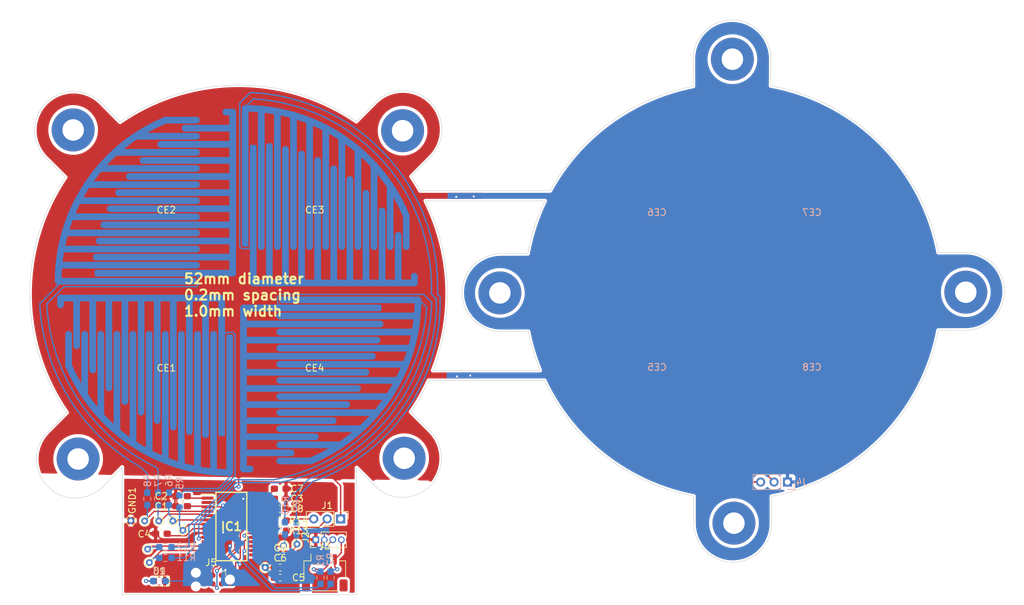
<source format=kicad_pcb>
(kicad_pcb (version 20241229) (generator "pcbnew") (generator_version "9.0")
  (layers (0 "F.Cu" signal) (2 "B.Cu" signal) (13 "F.Paste" user) (15 "B.Paste" user) (5 "F.SilkS" user "F.Silkscreen") (7 "B.SilkS" user "B.Silkscreen") (1 "F.Mask" user) (3 "B.Mask" user) (25 "Edge.Cuts" user))
  (net 0 "")
  (net 1 "Net-(IC1-VCCD)")
  (net 2 "GND")
  (net 3 "VDD")
  (net 4 "Net-(IC1-P5.2)")
  (net 5 "Net-(IC1-P5.3)")
  (net 6 "Net-(IC1-P5.0)")
  (net 7 "Net-(CE1-Pad2)")
  (net 8 "Net-(CE1-Pad1)")
  (net 9 "Net-(CE2-Pad2)")
  (net 10 "Net-(CE2-Pad1)")
  (net 15 "Net-(CE3-Pad1)")
  (net 16 "Net-(CE3-Pad2)")
  (net 17 "Net-(CE4-Pad1)")
  (net 18 "Net-(CE4-Pad2)")
  (net 19 "CAP3B")
  (net 20 "CAP2A")
  (net 21 "Net-(J1-Pin_3)")
  (net 22 "Net-(IC1-P0.1)")
  (net 27 "CAP0B")
  (net 28 "/RESET")
  (net 29 "Net-(IC1-P3.7)")
  (net 30 "CAP0A")
  (net 31 "CAP4A")
  (net 32 "Net-(IC1-P0.0)")
  (net 33 "CAP1A")
  (net 34 "CAP2B")
  (net 35 "CAP4B")
  (net 36 "Net-(IC1-P3.6)")
  (net 37 "CAP1B")
  (net 38 "CAP3A")
  (net 39 "SCL")
  (net 40 "SDA")
  (net 41 "Net-(J1-Pin_2)")
  (net 44 "Net-(D1-A)")
  (net 45 "SHIELD")
  (footprint "ECE382N:10W_02S_52D_COIL_BACK" (layer "F.Cu") (at 114.498103 82.585625 180)
    (property "Reference" "CE2")
    (property "Value" "C")
  )
  (footprint "MountingHole:MountingHole_3.2mm_M3_Pad" (layer "F.Cu") (at 154.300603 84.326125)
    (property "Reference" "H8" (hide yes))
    (property "Value" "~")
  )
  (footprint "ECE382N:10W_02S_52D_COIL_BACK" (layer "F.Cu") (at 116.353103 82.835625 90)
    (property "Reference" "CE3")
    (property "Value" "C")
  )
  (footprint "Capacitor_SMD:C_0603_1608Metric_Pad1.08x0.95mm_HandSolder" (layer "F.Cu") (at 103.875603 120.196125 180)
    (property "Reference" "C4")
    (property "Value" "0.1uF")
  )
  (footprint "TestPoint:TestPoint_THTPad_D1.0mm_Drill0.5mm" (layer "F.Cu") (at 105.575603 118.296125)
    (property "Reference" "TP2" (hide yes))
    (property "Value" "TestPoint")
  )
  (footprint "MountingHole:MountingHole_3.2mm_M3_Pad" (layer "F.Cu") (at 188.940603 49.506125)
    (property "Reference" "H5" (hide yes))
    (property "Value" "~")
  )
  (footprint "LED_SMD:LED_0603_1608Metric" (layer "F.Cu") (at 103.575603 127.246125 180)
    (property "Reference" "D1")
    (property "Value" "LED")
  )
  (footprint "Resistor_SMD:R_0603_1608Metric_Pad0.98x0.95mm_HandSolder" (layer "F.Cu") (at 121.575603 118.246125)
    (property "Reference" "R14")
    (property "Value" "560")
  )
  (footprint "Connector_PinHeader_1.27mm:PinHeader_1x04_P1.27mm_Vertical" (layer "F.Cu") (at 126.870603 121.096125 90)
    (property "Reference" "J2")
    (property "Value" "Conn_01x04")
  )
  (footprint "Capacitor_SMD:C_0603_1608Metric_Pad1.08x0.95mm_HandSolder" (layer "F.Cu") (at 106.875603 116.096125 180)
    (property "Reference" "C1")
    (property "Value" "0.1uF")
  )
  (footprint "ECE382N:10W_02S_52D_COIL_FRONT" (layer "F.Cu") (at 188.255603 82.145125 180)
    (property "Reference" "CE6")
    (property "Value" "C")
  )
  (footprint "TestPoint:TestPoint_THTPad_D1.0mm_Drill0.5mm" (layer "F.Cu") (at 103.475603 118.296125 180)
    (property "Reference" "TP3" (hide yes))
    (property "Value" "TestPoint")
  )
  (footprint "ECE382N:10W_02S_52D_COIL_FRONT" (layer "F.Cu") (at 190.110603 82.395125 90)
    (property "Reference" "CE7")
    (property "Value" "C")
  )
  (footprint "Capacitor_SMD:C_0603_1608Metric_Pad1.08x0.95mm_HandSolder" (layer "F.Cu") (at 121.575603 114.996125)
    (property "Reference" "C3")
    (property "Value" "2.2n")
  )
  (footprint "TestPoint:TestPoint_THTPad_D1.0mm_Drill0.5mm" (layer "F.Cu") (at 101.825603 122.496125 180)
    (property "Reference" "TP8" (hide yes))
    (property "Value" "TestPoint")
  )
  (footprint "MountingHole:MountingHole_3.2mm_M3_Pad" (layer "F.Cu") (at 90.730603 60.046125)
    (property "Reference" "H1" (hide yes))
    (property "Value" "~")
  )
  (footprint "Connector_PinHeader_2.00mm:PinHeader_1x03_P2.00mm_Vertical" (layer "F.Cu") (at 130.575603 117.996125 -90)
    (property "Reference" "J1")
    (property "Value" "Conn_01x03")
  )
  (footprint "Connector_JST:JST_SH_SM04B-SRSS-TB_1x04-1MP_P1.00mm_Horizontal" (layer "F.Cu") (at 128.213404 126.022534)
    (property "Reference" "J3")
    (property "Value" "Conn_01x04")
  )
  (footprint "MountingHole:MountingHole_3.2mm_M3_Pad" (layer "F.Cu") (at 223.710603 84.216125)
    (property "Reference" "H6" (hide yes))
    (property "Value" "~")
  )
  (footprint "ECE382N:SOP65P780X200-28N" (layer "F.Cu") (at 114.299108 119.121125)
    (property "Reference" "IC1")
    (property "Value" "CY8C4145PVI-PS431" (hide yes))
  )
  (footprint "TestPoint:TestPoint_THTPad_D1.0mm_Drill0.5mm" (layer "F.Cu") (at 101.375603 118.296125 180)
    (property "Reference" "TP4" (hide yes))
    (property "Value" "TestPoint")
  )
  (footprint "MountingHole:MountingHole_3.2mm_M3_Pad" (layer "F.Cu") (at 140.040603 108.956125)
    (property "Reference" "H4" (hide yes))
    (property "Value" "~")
  )
  (footprint "ECE382N:10W_02S_52D_COIL_BACK" (layer "F.Cu") (at 114.048103 85.096625 -90)
    (property "Reference" "CE1")
    (property "Value" "C")
  )
  (footprint "TestPoint:TestPoint_THTPad_D1.0mm_Drill0.5mm" (layer "F.Cu") (at 124.075603 121.746125 90)
    (property "Reference" "TP5" (hide yes))
    (property "Value" "TestPoint")
  )
  (footprint "TestPoint:TestPoint_THTPad_D1.0mm_Drill0.5mm" (layer "F.Cu") (at 122.075603 121.996125)
    (property "Reference" "TP6" (hide yes))
    (property "Value" "TestPoint")
  )
  (footprint "ECE382N:10W_02S_52D_COIL_BACK" (layer "F.Cu") (at 116.103103 85.356625)
    (property "Reference" "CE4")
    (property "Value" "C")
  )
  (footprint "Capacitor_SMD:C_0603_1608Metric_Pad1.08x0.95mm_HandSolder" (layer "F.Cu") (at 121.575603 116.496125)
    (property "Reference" "C8")
    (property "Value" "470n")
  )
  (footprint "TestPoint:TestPoint_THTPad_D1.0mm_Drill0.5mm" (layer "F.Cu") (at 102.075603 124.496125 180)
    (property "Reference" "TP7" (hide yes))
    (property "Value" "TestPoint")
  )
  (footprint "ECE382N:10W_02S_52D_COIL_FRONT" (layer "F.Cu") (at 189.860603 84.916125)
    (property "Reference" "CE8")
    (property "Value" "C")
  )
  (footprint "Connector:Tag-Connect_TC2030-IDC-NL_2x03_P1.27mm_Vertical" (layer "F.Cu") (at 111.545603 127.031125 180)
    (property "Reference" "J5")
    (property "Value" "Conn_ARM_SWD_TagConnect_TC2030-NL")
  )
  (footprint "TestPoint:TestPoint_THTPad_D1.0mm_Drill0.5mm" (layer "F.Cu") (at 119.325603 125.246125 180)
    (property "Reference" "VDDD1" (hide yes))
    (property "Value" "TestPoint")
  )
  (footprint "ECE382N:10W_02S_52D_COIL_FRONT" (layer "F.Cu") (at 187.805603 84.656125 -90)
    (property "Reference" "CE5")
    (property "Value" "C")
  )
  (footprint "Capacitor_SMD:C_0603_1608Metric_Pad1.08x0.95mm_HandSolder" (layer "F.Cu") (at 121.575603 126.746125)
    (property "Reference" "C5")
    (property "Value" "470n")
  )
  (footprint "MountingHole:MountingHole_3.2mm_M3_Pad" (layer "F.Cu") (at 91.470603 109.066125)
    (property "Reference" "H3" (hide yes))
    (property "Value" "~")
  )
  (footprint "MountingHole:MountingHole_3.2mm_M3_Pad" (layer "F.Cu") (at 189.170603 118.626125)
    (property "Reference" "H7" (hide yes))
    (property "Value" "~")
  )
  (footprint "TestPoint:TestPoint_THTPad_D1.0mm_Drill0.5mm" (layer "F.Cu") (at 99.325603 118.246125 -90)
    (property "Reference" "GND1")
    (property "Value" "TestPoint")
  )
  (footprint "Resistor_SMD:R_0603_1608Metric_Pad0.98x0.95mm_HandSolder" (layer "F.Cu") (at 121.575603 119.746125)
    (property "Reference" "R13")
    (property "Value" "560")
  )
  (footprint "Capacitor_SMD:C_0603_1608Metric_Pad1.08x0.95mm_HandSolder" (layer "F.Cu") (at 121.575603 123.746125)
    (property "Reference" "C9")
    (property "Value" "0.1uF")
  )
  (footprint "Capacitor_SMD:C_0603_1608Metric_Pad1.08x0.95mm_HandSolder" (layer "F.Cu") (at 106.875603 114.596125 180)
    (property "Reference" "C2")
    (property "Value" "0.1uF")
  )
  (footprint "Capacitor_SMD:C_0603_1608Metric_Pad1.08x0.95mm_HandSolder" (layer "F.Cu") (at 121.575603 113.496125)
    (property "Reference" "C7")
    (property "Value" "470n")
  )
  (footprint "Capacitor_SMD:C_0603_1608Metric_Pad1.08x0.95mm_HandSolder" (layer "F.Cu") (at 121.575603 125.246125)
    (property "Reference" "C6")
    (property "Value" "470n")
  )
  (footprint "MountingHole:MountingHole_3.2mm_M3_Pad" (layer "F.Cu") (at 139.810603 60.156125)
    (property "Reference" "H2" (hide yes))
    (property "Value" "~")
  )
  (footprint "TestPoint:TestPoint_THTPad_D1.0mm_Drill0.5mm" (layer "F.Cu") (at 107.075603 119.696125)
    (property "Reference" "TP1" (hide yes))
    (property "Value" "TestPoint")
  )
  (footprint "Resistor_SMD:R_0603_1608Metric_Pad0.98x0.95mm_HandSolder" (layer "B.Cu") (at 104.475603 123.796125)
    (property "Reference" "R11")
    (property "Value" "560")
  )
  (footprint "Connector_PinHeader_2.00mm:PinHeader_1x03_P2.00mm_Vertical" (layer "B.Cu") (at 197.150001 112.5 90)
    (property "Reference" "J4")
    (property "Value" "Conn_01x03")
  )
  (footprint "Resistor_SMD:R_0603_1608Metric_Pad0.98x0.95mm_HandSolder" (layer "B.Cu") (at 106.575603 115.396125 90)
    (property "Reference" "R5")
    (property "Value" "560")
  )
  (footprint "Resistor_SMD:R_0603_1608Metric_Pad0.98x0.95mm_HandSolder" (layer "B.Cu") (at 101.775603 114.996125 90)
    (property "Reference" "R8")
    (property "Value" "560")
  )
  (footprint "Resistor_SMD:R_0603_1608Metric_Pad0.98x0.95mm_HandSolder" (layer "B.Cu") (at 104.475603 122.196125)
    (property "Reference" "R12")
    (property "Value" "560")
  )
  (footprint "Resistor_SMD:R_0603_1608Metric_Pad0.98x0.95mm_HandSolder" (layer "B.Cu") (at 104.975603 114.996125 90)
    (property "Reference" "R6")
    (property "Value" "560")
  )
  (footprint "Resistor_SMD:R_0603_1608Metric_Pad0.98x0.95mm_HandSolder" (layer "B.Cu") (at 103.575603 127.246125 180)
    (property "Reference" "R3")
    (property "Value" "560")
  )
  (footprint "Resistor_SMD:R_0603_1608Metric_Pad0.98x0.95mm_HandSolder" (layer "B.Cu") (at 127.575603 126.746125 90)
    (property "Reference" "R1")
    (property "Value" "560")
  )
  (footprint "Resistor_SMD:R_0603_1608Metric_Pad0.98x0.95mm_HandSolder" (layer "B.Cu") (at 122.275603 119.396125 90)
    (property "Reference" "R10")
    (property "Value" "560")
  )
  (footprint "Resistor_SMD:R_0603_1608Metric_Pad0.98x0.95mm_HandSolder" (layer "B.Cu") (at 103.375603 114.996125 90)
    (property "Reference" "R7")
    (property "Value" "560")
  )
  (footprint "Resistor_SMD:R_0603_1608Metric_Pad0.98x0.95mm_HandSolder" (layer "B.Cu") (at 129.075603 126.746125 90)
    (property "Reference" "R2")
    (property "Value" "560")
  )
  (footprint "Resistor_SMD:R_0603_1608Metric_Pad0.98x0.95mm_HandSolder" (layer "B.Cu") (at 123.975603 119.396125 90)
    (property "Reference" "R9")
    (property "Value" "560")
  )
  (gr_arc (start 183.98 112.126125) (mid 170.664222 61.72215) (end 217.887071 83.81) (stroke (width 0.2)) (layer "F.Cu") (net 21))
  (gr_arc (start 144.841534 86.487411) (mid 139.3 102.15) (end 125.910603 111.986125) (stroke (width 0.2)) (layer "B.Cu") (net 16))
  (gr_arc (start 143.365011 87.046493) (mid 136.178297 103.414632) (end 120.590603 112.166125) (stroke (width 0.2)) (layer "B.Cu") (net 18))
  (gr_arc (start 100.763454 110.256548) (mid 90.230201 100.19976) (end 85.770603 86.336125) (stroke (width 0.2)) (layer "B.Cu") (net 9))
  (gr_arc (start 103.014512 110.23986) (mid 91.565423 100.324185) (end 86.803738 85.946125) (stroke (width 0.2)) (layer "B.Cu") (net 10))
  (gr_arc (start 145.363761 86.96501) (mid 139.81116 102.625678) (end 126.400603 112.436125) (stroke (width 0.2)) (layer "B.Cu") (net 15))
  (gr_arc (start 117.640288 55.427656) (mid 136.45 64.22) (end 144.109941 83.518598) (stroke (width 0.2)) (layer "B.Cu") (net 16))
  (gr_arc (start 117.110288 54.478538) (mid 136.919112 63.375755) (end 145.03181 83.518598) (stroke (width 0.2)) (layer "B.Cu") (net 15))
  (gr_arc (start 144.130603 86.076125) (mid 137.31319 103.323116) (end 121.260455 112.609964) (stroke (width 0.2)) (layer "B.Cu") (net 17))
  (gr_arc (start 223.651497 78.289511) (mid 229.459757 84.063598) (end 223.685657 89.871859) (stroke (width 0.076)) (layer "Edge.Cuts"))
  (gr_line (start 158.461984 78.481857) (end 154.404418 78.493829) (stroke (width 0.076)) (layer "Edge.Cuts"))
  (gr_arc (start 141.098387 66.97434) (mid 141.786265 68.031544) (end 142.43071 69.115769) (stroke (width 0.076)) (layer "Edge.Cuts"))
  (gr_line (start 194.682781 49.489631) (end 194.666875 53.468563) (stroke (width 0.076)) (layer "Edge.Cuts"))
  (gr_line (start 143.84 104.84) (end 141.030272 102.049989) (stroke (width 0.076)) (layer "Edge.Cuts"))
  (gr_line (start 160.944964 97.363487) (end 143.678563 97.363487) (stroke (width 0.076)) (layer "Edge.Cuts"))
  (gr_arc (start 160.285344 95.868899) (mid 159.271853 93.008977) (end 158.541849 90.063913) (stroke (width 0.076)) (layer "Edge.Cuts"))
  (gr_line (start 144.313293 95.868899) (end 160.285344 95.868899) (stroke (width 0.076)) (layer "Edge.Cuts"))
  (gr_arc (start 154.50133 90.075825) (mid 148.661705 84.3019) (end 154.404418 78.493829) (stroke (width 0.076)) (layer "Edge.Cuts"))
  (gr_line (start 89.580603 67.086125) (end 86.72 64.241158) (stroke (width 0.076)) (layer "Edge.Cuts"))
  (gr_line (start 154.50133 90.075825) (end 158.541849 90.063913) (stroke (width 0.076)) (layer "Edge.Cuts"))
  (gr_line (start 194.783067 118.643513) (end 194.7777 114.635439) (stroke (width 0.076)) (layer "Edge.Cuts"))
  (gr_line (start 89.795118 102.152737) (end 86.978563 104.98596) (stroke (width 0.076)) (layer "Edge.Cuts"))
  (gr_arc (start 143.678563 97.363487) (mid 142.455996 99.764139) (end 141.030272 102.049989) (stroke (width 0.076)) (layer "Edge.Cuts"))
  (gr_line (start 98.032045 110.279773) (end 98.032045 129.291112) (stroke (width 0.076)) (layer "Edge.Cuts"))
  (gr_arc (start 219.613758 89.883864) (mid 211.015976 106.092876) (end 194.7777 114.635259) (stroke (width 0.076)) (layer "Edge.Cuts"))
  (gr_line (start 161.016654 70.610357) (end 143.225581 70.610357) (stroke (width 0.076)) (layer "Edge.Cuts"))
  (gr_arc (start 135.753366 55.922479) (mid 143.945009 55.896617) (end 143.969165 64.086586) (stroke (width 0.076)) (layer "Edge.Cuts"))
  (gr_line (start 135.756738 55.919088) (end 132.916505 58.776131) (stroke (width 0.076)) (layer "Edge.Cuts"))
  (gr_line (start 135.699468 113.081652) (end 132.970821 110.360303) (stroke (width 0.076)) (layer "Edge.Cuts"))
  (gr_arc (start 183.187911 114.605833) (mid 170.004705 108.644333) (end 160.944964 97.363487) (stroke (width 0.076)) (layer "Edge.Cuts"))
  (gr_arc (start 158.461984 78.481857) (mid 159.47635 74.460762) (end 161.016654 70.610357) (stroke (width 0.076)) (layer "Edge.Cuts"))
  (gr_line (start 98.032045 129.291112) (end 132.970821 129.291112) (stroke (width 0.076)) (layer "Edge.Cuts"))
  (gr_line (start 219.613758 89.883864) (end 223.685657 89.871859) (stroke (width 0.076)) (layer "Edge.Cuts"))
  (gr_line (start 183.193351 118.668423) (end 183.187911 114.605833) (stroke (width 0.076)) (layer "Edge.Cuts"))
  (gr_arc (start 194.666875 53.468563) (mid 210.998023 62.013559) (end 219.625303 78.30139) (stroke (width 0.076)) (layer "Edge.Cuts"))
  (gr_line (start 94.906774 56.040454) (end 97.708772 58.864943) (stroke (width 0.076)) (layer "Edge.Cuts"))
  (gr_line (start 183.106139 53.534334) (end 183.100623 49.414925) (stroke (width 0.076)) (layer "Edge.Cuts"))
  (gr_arc (start 161.783891 69.115769) (mid 170.709203 58.949699) (end 183.106139 53.534334) (stroke (width 0.076)) (layer "Edge.Cuts"))
  (gr_arc (start 97.70877 58.864942) (mid 115.298862 53.359302) (end 132.916506 58.776129) (stroke (width 0.076)) (layer "Edge.Cuts"))
  (gr_arc (start 143.225581 70.610357) (mid 146.451599 83.124126) (end 144.313292 95.868899) (stroke (width 0.076)) (layer "Edge.Cuts"))
  (gr_arc (start 95.192553 113.151649) (mid 86.980664 113.197973) (end 86.978563 104.98596) (stroke (width 0.076)) (layer "Edge.Cuts"))
  (gr_arc (start 89.795116 102.152738) (mid 84.274824 84.652545) (end 89.580603 67.086125) (stroke (width 0.076)) (layer "Edge.Cuts"))
  (gr_arc (start 143.84 104.84) (mid 143.91681 113.058731) (end 135.697756 113.082845) (stroke (width 0.076)) (layer "Edge.Cuts"))
  (gr_arc (start 86.72 64.241158) (mid 86.682853 56.013288) (end 94.910774 56.036519) (stroke (width 0.076)) (layer "Edge.Cuts"))
  (gr_arc (start 194.775686 118.642159) (mid 188.997684 124.461431) (end 183.193351 118.668423) (stroke (width 0.076)) (layer "Edge.Cuts"))
  (gr_line (start 141.098387 66.97434) (end 143.969165 64.086586) (stroke (width 0.076)) (layer "Edge.Cuts"))
  (gr_line (start 223.651497 78.289511) (end 219.625303 78.30139) (stroke (width 0.076)) (layer "Edge.Cuts"))
  (gr_line (start 132.970821 129.291112) (end 132.970821 110.360303) (stroke (width 0.076)) (layer "Edge.Cuts"))
  (gr_line (start 95.192553 113.151649) (end 98.032045 110.279773) (stroke (width 0.076)) (layer "Edge.Cuts"))
  (gr_line (start 142.43071 69.115769) (end 161.783891 69.115769) (stroke (width 0.076)) (layer "Edge.Cuts"))
  (gr_arc (start 183.100623 49.414925) (mid 188.883947 43.661254) (end 194.682781 49.489631) (stroke (width 0.076)) (layer "Edge.Cuts"))
  (gr_text "52mm diameter\n0.2mm spacing\n1.0mm width" (at 107.07 87.93 0) (layer "F.SilkS") (effects (font (size 1.5 1.5) (thickness 0.3) (bold yes)) (justify left bottom)))
  (segment (start 108.175603 114.896125) (end 110.761108 114.896125) (width 0.2) (layer "F.Cu") (net 1))
  (segment (start 110.761108 120.096125) (end 108.508389 120.096125) (width 0.2) (layer "F.Cu") (net 2))
  (segment (start 126.870603 123.865335) (end 126.713404 124.022534) (width 0.2) (layer "F.Cu") (net 2))
  (segment (start 126.870603 121.096125) (end 126.870603 123.865335) (width 0.2) (layer "F.Cu") (net 2))
  (segment (start 129.599603 119.270125) (end 129.599603 115.520125) (width 0.2) (layer "F.Cu") (net 2))
  (segment (start 110.275603 125.696125) (end 110.075603 125.496125) (width 0.2) (layer "F.Cu") (net 2))
  (segment (start 108.508389 120.096125) (end 107.632389 120.972125) (width 0.2) (layer "F.Cu") (net 2))
  (segment (start 107.632389 120.972125) (end 103.789102 120.972125) (width 0.2) (layer "F.Cu") (net 2))
  (segment (start 103.789102 120.972125) (end 103.013102 120.196125) (width 0.2) (layer "F.Cu") (net 2))
  (segment (start 131.482849 120.153371) (end 131.482849 122.496125) (width 0.2) (layer "F.Cu") (net 2))
  (segment (start 113.075603 114.996125) (end 114.075603 114.996125) (width 0.2) (layer "F.Cu") (net 2))
  (segment (start 110.761108 115.546125) (end 112.525603 115.546125) (width 0.2) (layer "F.Cu") (net 2))
  (segment (start 112.525603 115.546125) (end 113.075603 114.996125) (width 0.2) (layer "F.Cu") (net 2))
  (segment (start 110.275603 126.396125) (end 110.275603 125.696125) (width 0.2) (layer "F.Cu") (net 2))
  (via (at 114.075603 121.996125) (size 0.6) (drill 0.3) (layers "F.Cu" "B.Cu") (net 2))
  (via (at 115.559888 124.76184) (size 0.6) (drill 0.3) (layers "F.Cu" "B.Cu") (net 2))
  (segment (start 115.184888 124.38684) (end 115.184888 124.10541) (width 0.4) (layer "B.Cu") (net 2))
  (segment (start 115.184888 124.10541) (end 114.075603 122.996125) (width 0.4) (layer "B.Cu") (net 2))
  (segment (start 114.075603 122.996125) (end 114.075603 121.996125) (width 0.4) (layer "B.Cu") (net 2))
  (segment (start 115.559888 124.76184) (end 115.184888 124.38684) (width 0.4) (layer "B.Cu") (net 2))
  (segment (start 120.313103 123.346125) (end 120.713103 123.746125) (width 0.2) (layer "F.Cu") (net 3))
  (segment (start 110.761108 116.196125) (end 112.875603 116.196125) (width 0.2) (layer "F.Cu") (net 3))
  (segment (start 113.225855 125.772938) (end 113.225855 125.985873) (width 0.2) (layer "F.Cu") (net 3))
  (segment (start 110.661108 116.096125) (end 110.761108 116.196125) (width 0.2) (layer "F.Cu") (net 3))
  (segment (start 107.540289 120.497125) (end 108.591289 119.446125) (width 0.2) (layer "F.Cu") (net 3))
  (segment (start 107.738103 116.096125) (end 109.075603 116.096125) (width 0.2) (layer "F.Cu") (net 3))
  (segment (start 105.039104 120.497125) (end 107.540289 120.497125) (width 0.2) (layer "F.Cu") (net 3))
  (segment (start 109.075603 116.096125) (end 110.661108 116.096125) (width 0.2) (layer "F.Cu") (net 3))
  (segment (start 113.41592 125.582873) (end 113.225855 125.772938) (width 0.2) (layer "F.Cu") (net 3))
  (segment (start 112.525603 119.446125) (end 113.075603 119.996125) (width 0.2) (layer "F.Cu") (net 3))
  (segment (start 108.591289 119.446125) (end 110.761108 119.446125) (width 0.2) (layer "F.Cu") (net 3))
  (segment (start 113.225855 125.985873) (end 112.815603 126.396125) (width 0.2) (layer "F.Cu") (net 3))
  (segment (start 117.837108 123.346125) (end 120.313103 123.346125) (width 0.2) (layer "F.Cu") (net 3))
  (segment (start 117.837108 114.896125) (end 116.175603 114.896125) (width 0.2) (layer "F.Cu") (net 3))
  (segment (start 128.140603 121.096125) (end 127.713404 121.523324) (width 0.2) (layer "F.Cu") (net 3))
  (segment (start 116.175603 114.896125) (end 116.075603 114.996125) (width 0.2) (layer "F.Cu") (net 3))
  (segment (start 127.713404 124.022534) (end 127.713404 122.496125) (width 0.2) (layer "F.Cu") (net 3))
  (segment (start 104.738104 120.196125) (end 105.039104 120.497125) (width 0.2) (layer "F.Cu") (net 3))
  (segment (start 119.325603 125.246125) (end 120.713102 125.246125) (width 0.2) (layer "F.Cu") (net 3))
  (segment (start 110.761108 119.446125) (end 112.525603 119.446125) (width 0.2) (layer "F.Cu") (net 3))
  (segment (start 112.875603 116.196125) (end 113.075603 115.996125) (width 0.2) (layer "F.Cu") (net 3))
  (segment (start 127.713404 121.523324) (end 127.713404 122.496125) (width 0.2) (layer "F.Cu") (net 3))
  (segment (start 120.713102 126.746125) (end 120.713103 123.746125) (width 0.2) (layer "F.Cu") (net 3))
  (via (at 113.075603 115.996125) (size 0.6) (drill 0.3) (layers "F.Cu" "B.Cu") (net 3))
  (via (at 127.713404 122.496125) (size 0.6) (drill 0.3) (layers "F.Cu" "B.Cu") (net 3))
  (via (at 113.41592 125.582873) (size 0.6) (drill 0.3) (layers "F.Cu" "B.Cu") (net 3))
  (via (at 113.075603 119.996125) (size 0.6) (drill 0.3) (layers "F.Cu" "B.Cu") (net 3))
  (via (at 116.075603 114.996125) (size 0.6) (drill 0.3) (layers "F.Cu" "B.Cu") (net 3))
  (segment (start 128.140603 121.096125) (end 128.140603 121.931125) (width 0.2) (layer "B.Cu") (net 3))
  (segment (start 128.075603 121.996125) (end 127.575603 122.496125) (width 0.2) (layer "B.Cu") (net 3))
  (segment (start 128.140603 121.931125) (end 128.075603 121.996125) (width 0.2) (layer "B.Cu") (net 3))
  (segment (start 128.140603 121.096125) (end 128.140603 119.561125) (width 0.2) (layer "B.Cu") (net 3))
  (segment (start 104.488103 127.246125) (end 107.325603 127.246125) (width 0.2) (layer "B.Cu") (net 3))
  (segment (start 120.275603 114.733624) (end 118.813102 116.196125) (width 0.2) (layer "F.Cu") (net 4))
  (segment (start 118.813102 116.196125) (end 117.837108 116.196125) (width 0.2) (layer "F.Cu") (net 4))
  (segment (start 117.837108 115.546125) (end 117.888108 115.597125) (width 0.2) (layer "F.Cu") (net 5))
  (segment (start 118.724603 115.597125) (end 120.713102 113.608626) (width 0.2) (layer "F.Cu") (net 5))
  (segment (start 120.713102 113.608626) (end 120.713102 113.496125) (width 0.2) (layer "F.Cu") (net 5))
  (segment (start 117.888108 115.597125) (end 118.724603 115.597125) (width 0.2) (layer "F.Cu") (net 5))
  (segment (start 120.063102 116.846125) (end 117.837108 116.846125) (width 0.2) (layer "F.Cu") (net 6))
  (segment (start 120.475603 116.433624) (end 120.063102 116.846125) (width 0.2) (layer "F.Cu") (net 6))
  (segment (start 105.603103 113.456125) (end 112.37269 113.456125) (width 0.2) (layer "B.Cu") (net 7))
  (segment (start 104.975603 114.083625) (end 105.603103 113.456125) (width 0.2) (layer "B.Cu") (net 7))
  (segment (start 112.37269 113.456125) (end 114.048103 111.780712) (width 0.2) (layer "B.Cu") (net 7))
  (segment (start 114.048103 111.780712) (end 114.048103 100.796625) (width 0.2) (layer "B.Cu") (net 7))
  (segment (start 106.575603 114.483625) (end 107.202103 113.857125) (width 0.2) (layer "B.Cu") (net 8))
  (segment (start 113.148103 96.096625) (end 113.148103 89.401611) (width 0.2) (layer "B.Cu") (net 8))
  (segment (start 113.562943 90.195625) (end 112.848103 90.910465) (width 0.2) (layer "B.Cu") (net 8))
  (segment (start 114.849103 90.511465) (end 114.533263 90.195625) (width 0.2) (layer "B.Cu") (net 8))
  (segment (start 114.849103 111.546812) (end 114.849103 90.511465) (width 0.2) (layer "B.Cu") (net 8))
  (segment (start 112.848103 90.910465) (end 112.848103 95.382625) (width 0.2) (layer "B.Cu") (net 8))
  (segment (start 107.202103 113.857125) (end 112.53879 113.857125) (width 0.2) (layer "B.Cu") (net 8))
  (segment (start 112.53879 113.857125) (end 114.849103 111.546812) (width 0.2) (layer "B.Cu") (net 8))
  (segment (start 114.533263 90.195625) (end 113.562943 90.195625) (width 0.2) (layer "B.Cu") (net 8))
  (segment (start 89.091103 82.585625) (end 85.770603 85.906125) (width 0.2) (layer "B.Cu") (net 9))
  (segment (start 101.775603 114.083625) (end 101.775603 111.268697) (width 0.2) (layer "B.Cu") (net 9))
  (segment (start 85.770603 86.336125) (end 85.770603 85.906125) (width 0.2) (layer "B.Cu") (net 9))
  (segment (start 98.798103 82.585625) (end 89.091103 82.585625) (width 0.2) (layer "B.Cu") (net 9))
  (segment (start 101.775603 111.268697) (end 100.763454 110.256548) (width 0.2) (layer "B.Cu") (net 9))
  (segment (start 109.119888 83.35) (end 109.399103 83.070785) (width 0.2) (layer "B.Cu") (net 10))
  (segment (start 109.083263 81.784625) (end 108.684263 81.385625) (width 0.2) (layer "B.Cu") (net 10))
  (segment (start 89.363238 83.386625) (end 109.083263 83.386625) (width 0.2) (layer "B.Cu") (net 10))
  (segment (start 109.399103 83.070785) (end 109.399103 82.100465) (width 0.2) (layer "B.Cu") (net 10))
  (segment (start 109.399103 82.100465) (end 109.083263 81.784625) (width 0.2) (layer "B.Cu") (net 10))
  (segment (start 108.684263 81.385625) (end 104.212103 81.385625) (width 0.2) (layer "B.Cu") (net 10))
  (segment (start 109.083263 83.386625) (end 109.119888 83.35) (width 0.2) (layer "B.Cu") (net 10))
  (segment (start 86.803738 85.946125) (end 89.363238 83.386625) (width 0.2) (layer "B.Cu") (net 10))
  (segment (start 103.375603 110.600951) (end 103.375603 114.083625) (width 0.2) (layer "B.Cu") (net 10))
  (segment (start 103.014512 110.23986) (end 103.375603 110.600951) (width 0.2) (layer "B.Cu") (net 10))
  (segment (start 116.838263 77.736625) (end 115.867943 77.736625) (width 0.2) (layer "B.Cu") (net 15))
  (segment (start 145.390603 84.864603) (end 145.390603 86.966125) (width 0.2) (layer "B.Cu") (net 15))
  (segment (start 145.03181 84.50581) (end 145.390603 84.864603) (width 0.2) (layer "B.Cu") (net 15))
  (segment (start 123.975603 114.861125) (end 126.400603 112.436125) (width 0.2) (layer "B.Cu") (net 15))
  (segment (start 117.253103 72.835625) (end 117.253103 79.530639) (width 0.2) (layer "B.Cu") (net 15))
  (segment (start 145.03181 83.518598) (end 145.03181 84.50581) (width 0.2) (layer "B.Cu") (net 15))
  (segment (start 117.553103 77.021785) (end 116.838263 77.736625) (width 0.2) (layer "B.Cu") (net 15))
  (segment (start 117.553103 72.549625) (end 117.553103 77.021785) (width 0.2) (layer "B.Cu") (net 15))
  (segment (start 123.975603 118.483625) (end 123.975603 114.861125) (width 0.2) (layer "B.Cu") (net 15))
  (segment (start 115.552103 56.036723) (end 117.110288 54.478538) (width 0.2) (layer "B.Cu") (net 15))
  (segment (start 115.552103 77.420785) (end 115.552103 56.036723) (width 0.2) (layer "B.Cu") (net 15))
  (segment (start 115.867943 77.736625) (end 115.552103 77.420785) (width 0.2) (layer "B.Cu") (net 15))
  (segment (start 144.109941 84.50581) (end 144.810603 85.206472) (width 0.2) (layer "B.Cu") (net 16))
  (segment (start 144.810603 85.206472) (end 144.810603 86.486125) (width 0.2) (layer "B.Cu") (net 16))
  (segment (start 116.353103 68.777625) (end 116.079661 68.504183) (width 0.2) (layer "B.Cu") (net 16))
  (segment (start 122.275603 115.621125) (end 125.910603 111.986125) (width 0.2) (layer "B.Cu") (net 16))
  (segment (start 144.109941 83.518598) (end 144.109941 84.50581) (width 0.2) (layer "B.Cu") (net 16))
  (segment (start 122.275603 118.483625) (end 122.275603 115.621125) (width 0.2) (layer "B.Cu") (net 16))
  (segment (start 122.375603 118.383625) (end 122.275603 118.483625) (width 0.2) (layer "B.Cu") (net 16))
  (segment (start 116.353103 67.135625) (end 116.353103 56.646897) (width 0.2) (layer "B.Cu") (net 16))
  (segment (start 116.353103 56.646897) (end 117.572344 55.427656) (width 0.2) (layer "B.Cu") (net 16))
  (segment (start 115.030603 112.586125) (end 120.443927 112.586125) (width 0.2) (layer "B.Cu") (net 17))
  (segment (start 108.775603 122.196125) (end 108.775603 118.841125) (width 0.2) (layer "B.Cu") (net 17))
  (segment (start 121.916943 86.556625) (end 126.389103 86.556625) (width 0.2) (layer "B.Cu") (net 17))
  (segment (start 144.130603 85.726125) (end 144.130603 86.076125) (width 0.2) (layer "B.Cu") (net 17))
  (segment (start 120.443927 112.586125) (end 121.236616 112.586125) (width 0.2) (layer "B.Cu") (net 17))
  (segment (start 121.517943 84.555625) (end 121.202103 84.871465) (width 0.2) (layer "B.Cu") (net 17))
  (segment (start 142.960103 84.555625) (end 121.517943 84.555625) (width 0.2) (layer "B.Cu") (net 17))
  (segment (start 144.130603 85.726125) (end 142.960103 84.555625) (width 0.2) (layer "B.Cu") (net 17))
  (segment (start 121.202103 84.871465) (end 121.202103 85.841785) (width 0.2) (layer "B.Cu") (net 17))
  (segment (start 105.388103 123.796125) (end 107.175603 123.796125) (width 0.2) (layer "B.Cu") (net 17))
  (segment (start 121.202103 85.841785) (end 121.916943 86.556625) (width 0.2) (layer "B.Cu") (net 17))
  (segment (start 108.775603 118.841125) (end 115.030603 112.586125) (width 0.2) (layer "B.Cu") (net 17))
  (segment (start 107.175603 123.796125) (end 108.775603 122.196125) (width 0.2) (layer "B.Cu") (net 17))
  (segment (start 112.04049 114.976238) (end 112.04049 114.922524) (width 0.2) (layer "B.Cu") (net 18))
  (segment (start 131.803103 85.356625) (end 142.286625 85.356625) (width 0.2) (layer "B.Cu") (net 18))
  (segment (start 112.04049 114.976238) (end 107.975603 119.041125) (width 0.2) (layer "B.Cu") (net 18))
  (segment (start 120.581027 112.156125) (end 114.80689 112.156125) (width 0.2) (layer "B.Cu") (net 18))
  (segment (start 143.365011 86.435011) (end 143.365011 87.046493) (width 0.2) (layer "B.Cu") (net 18))
  (segment (start 107.975603 122.196125) (end 105.388103 122.196125) (width 0.2) (layer "B.Cu") (net 18))
  (segment (start 114.80689 112.156125) (end 112.808746 114.154268) (width 0.2) (layer "B.Cu") (net 18))
  (segment (start 142.286625 85.356625) (end 143.365011 86.435011) (width 0.2) (layer "B.Cu") (net 18))
  (segment (start 107.975603 119.041125) (end 107.975603 122.196125) (width 0.2) (layer "B.Cu") (net 18))
  (segment (start 112.04049 114.922524) (end 112.808746 114.154268) (width 0.2) (layer "B.Cu") (net 18))
  (segment (start 117.837108 122.046125) (end 117.888108 122.097125) (width 0.2) (layer "F.Cu") (net 19))
  (segment (start 121.974603 122.097125) (end 122.075603 121.996125) (width 0.2) (layer "F.Cu") (net 19))
  (segment (start 117.837108 122.170125) (end 117.837108 122.046125) (width 0.2) (layer "F.Cu") (net 19))
  (segment (start 117.888108 122.097125) (end 121.974603 122.097125) (width 0.2) (layer "F.Cu") (net 19))
  (segment (start 122.275603 121.796125) (end 122.075603 121.996125) (width 0.2) (layer "B.Cu") (net 19))
  (segment (start 122.275603 120.308625) (end 122.275603 121.796125) (width 0.2) (layer "B.Cu") (net 19))
  (segment (start 110.761108 117.496125) (end 110.637108 117.372125) (width 0.2) (layer "F.Cu") (net 20))
  (segment (start 104.798603 117.273125) (end 103.675603 118.396125) (width 0.2) (layer "F.Cu") (net 20))
  (segment (start 109.572608 117.372125) (end 109.572608 117.273125) (width 0.2) (layer "F.Cu") (net 20))
  (segment (start 109.572608 117.273125) (end 104.798603 117.273125) (width 0.2) (layer "F.Cu") (net 20))
  (segment (start 110.637108 117.372125) (end 109.572608 117.372125) (width 0.2) (layer "F.Cu") (net 20))
  (segment (start 103.375603 118.096125) (end 103.675603 118.396125) (width 0.2) (layer "B.Cu") (net 20))
  (segment (start 103.375603 115.908625) (end 103.375603 118.096125) (width 0.2) (layer "B.Cu") (net 20))
  (segment (start 122.988103 117.996125) (end 122.488103 118.496125) (width 0.2) (layer "F.Cu") (net 21))
  (segment (start 187.717908 111.667908) (end 187.25969 112.126125) (width 0.2) (layer "F.Cu") (net 21))
  (segment (start 172.555603 82.145125) (end 163.374875 82.145125) (width 0.2) (layer "F.Cu") (net 21))
  (segment (start 188.55 112.5) (end 193.150001 112.5) (width 0.2) (layer "F.Cu") (net 21))
  (segment (start 187.805603 111.516125) (end 187.805603 111.580212) (width 0.2) (layer "F.Cu") (net 21))
  (segment (start 163.374875 82.145125) (end 160.82 84.7) (width 0.2) (layer "F.Cu") (net 21))
  (segment (start 187.805603 111.516125) (end 187.805603 100.356125) (width 0.2) (layer "F.Cu") (net 21))
  (segment (start 187.25969 112.126125) (end 183.940603 112.126125) (width 0.2) (layer "F.Cu") (net 21))
  (segment (start 190.110603 68.337125) (end 190.110603 59.779472) (width 0.2) (layer "F.Cu") (net 21))
  (segment (start 126.575603 117.996125) (end 122.988103 117.996125) (width 0.2) (layer "F.Cu") (net 21))
  (segment (start 205.560603 84.916125) (end 216.780946 84.916125) (width 0.2) (layer "F.Cu") (net 21))
  (segment (start 160.82 84.7) (end 160.38 85.14) (width 0.2) (layer "F.Cu") (net 21))
  (segment (start 216.780946 84.916125) (end 217.887071 83.81) (width 0.2) (layer "F.Cu") (net 21))
  (segment (start 188.9 55.27) (end 188.9 55.14) (width 0.2) (layer "F.Cu") (net 21))
  (segment (start 187.717908 111.667908) (end 188.55 112.5) (width 0.2) (layer "F.Cu") (net 21))
  (segment (start 187.805603 111.580212) (end 187.717908 111.667908) (width 0.2) (layer "F.Cu") (net 21))
  (segment (start 190.110603 56.480603) (end 188.9 55.27) (width 0.2) (layer "F.Cu") (net 21))
  (segment (start 190.110603 66.695125) (end 190.110603 56.480603) (width 0.2) (layer "F.Cu") (net 21))
  (segment (start 111.55329 127.666125) (end 112.152973 128.265808) (width 0.2) (layer "F.Cu") (net 22))
  (segment (start 116.275603 118.796125) (end 117.837108 118.796125) (width 0.2) (layer "F.Cu") (net 22))
  (segment (start 115.226603 119.845125) (end 116.275603 118.796125) (width 0.2) (layer "F.Cu") (net 22))
  (segment (start 115.226603 122.645125) (end 115.226603 119.845125) (width 0.2) (layer "F.Cu") (net 22))
  (segment (start 112.152973 125.718755) (end 115.226603 122.645125) (width 0.2) (layer "F.Cu") (net 22))
  (segment (start 111.545603 127.666125) (end 111.55329 127.666125) (width 0.2) (layer "F.Cu") (net 22))
  (via (at 112.152973 128.265808) (size 0.6) (drill 0.3) (layers "F.Cu" "B.Cu") (net 22))
  (via (at 112.152973 125.718755) (size 0.6) (drill 0.3) (layers "F.Cu" "B.Cu") (net 22))
  (segment (start 112.152973 125.718755) (end 112.152973 128.265808) (width 0.2) (layer "B.Cu") (net 22))
  (segment (start 120.663103 118.496125) (end 120.313103 118.146125) (width 0.2) (layer "F.Cu") (net 27))
  (segment (start 120.313103 118.146125) (end 117.837108 118.146125) (width 0.2) (layer "F.Cu") (net 27))
  (segment (start 111.90403 125.117755) (end 112.186873 125.117755) (width 0.2) (layer "F.Cu") (net 28))
  (segment (start 112.186873 125.117755) (end 114.825603 122.479025) (width 0.2) (layer "F.Cu") (net 28))
  (segment (start 114.825603 122.479025) (end 114.825603 119.44313) (width 0.2) (layer "F.Cu") (net 28))
  (segment (start 114.825603 119.44313) (end 116.772608 117.496125) (width 0.2) (layer "F.Cu") (net 28))
  (segment (start 111.545603 126.026125) (end 111.578002 125.993726) (width 0.2) (layer "F.Cu") (net 28))
  (segment (start 111.551973 125.469812) (end 111.90403 125.117755) (width 0.2) (layer "F.Cu") (net 28))
  (segment (start 111.551973 125.967698) (end 111.551973 125.469812) (width 0.2) (layer "F.Cu") (net 28))
  (segment (start 111.578002 125.993726) (end 111.551973 125.967698) (width 0.2) (layer "F.Cu") (net 28))
  (segment (start 111.545603 126.396125) (end 111.545603 126.026125) (width 0.2) (layer "F.Cu") (net 28))
  (segment (start 116.772608 117.496125) (end 117.837108 117.496125) (width 0.2) (layer "F.Cu") (net 28))
  (segment (start 117.787108 120.146125) (end 117.837108 120.096125) (width 0.2) (layer "F.Cu") (net 29))
  (segment (start 116.227603 120.495597) (end 116.577075 120.146125) (width 0.2) (layer "F.Cu") (net 29))
  (segment (start 116.577075 120.146125) (end 117.787108 120.146125) (width 0.2) (layer "F.Cu") (net 29))
  (via (at 116.227603 120.495597) (size 0.6) (drill 0.3) (layers "F.Cu" "B.Cu") (net 29))
  (segment (start 116.524131 120.44271) (end 116.828603 120.747182) (width 0.2) (layer "B.Cu") (net 29))
  (segment (start 116.28049 120.44271) (end 116.524131 120.44271) (width 0.2) (layer "B.Cu") (net 29))
  (segment (start 120.843286 128.263808) (end 125.55792 128.263808) (width 0.2) (layer "B.Cu") (net 29))
  (segment (start 116.828603 124.243125) (end 116.825603 124.246125) (width 0.2) (layer "B.Cu") (net 29))
  (segment (start 125.55792 128.263808) (end 125.575603 128.246125) (width 0.2) (layer "B.Cu") (net 29))
  (segment (start 116.825603 124.246125) (end 120.843286 128.263808) (width 0.2) (layer "B.Cu") (net 29))
  (segment (start 127.075603 128.158625) (end 127.575603 127.658625) (width 0.2) (layer "B.Cu") (net 29))
  (segment (start 125.575603 128.246125) (end 127.075603 128.246125) (width 0.2) (layer "B.Cu") (net 29))
  (segment (start 116.227603 120.495597) (end 116.28049 120.44271) (width 0.2) (layer "B.Cu") (net 29))
  (segment (start 116.828603 120.747182) (end 116.828603 124.243125) (width 0.2) (layer "B.Cu") (net 29))
  (segment (start 127.075603 128.246125) (end 127.075603 128.158625) (width 0.2) (layer "B.Cu") (net 29))
  (segment (start 119.013103 121.396125) (end 117.837108 121.396125) (width 0.2) (layer "F.Cu") (net 30))
  (segment (start 120.402901 120.006327) (end 119.013103 121.396125) (width 0.2) (layer "F.Cu") (net 30))
  (segment (start 120.670423 120.006327) (end 120.402901 120.006327) (width 0.2) (layer "F.Cu") (net 30))
  (segment (start 110.761108 122.696125) (end 103.875603 122.696125) (width 0.2) (layer "F.Cu") (net 31))
  (segment (start 103.875603 122.696125) (end 102.075603 124.496125) (width 0.2) (layer "F.Cu") (net 31))
  (segment (start 102.775603 123.796125) (end 102.075603 124.496125) (width 0.2) (layer "B.Cu") (net 31))
  (segment (start 103.563103 123.796125) (end 102.775603 123.796125) (width 0.2) (layer "B.Cu") (net 31))
  (segment (start 117.837108 119.446125) (end 116.375603 119.446125) (width 0.2) (layer "F.Cu") (net 32))
  (segment (start 114.436152 127.877425) (end 113.026903 127.877425) (width 0.2) (layer "F.Cu") (net 32))
  (segment (start 114.931903 124.539881) (end 114.931903 127.381674) (width 0.2) (layer "F.Cu") (net 32))
  (segment (start 116.375603 119.446125) (end 115.627603 120.194125) (width 0.2) (layer "F.Cu") (net 32))
  (segment (start 114.931903 127.381674) (end 114.436152 127.877425) (width 0.2) (layer "F.Cu") (net 32))
  (segment (start 113.026903 127.877425) (end 112.815603 127.666125) (width 0.2) (layer "F.Cu") (net 32))
  (segment (start 115.627603 123.844182) (end 114.931903 124.539881) (width 0.2) (layer "F.Cu") (net 32))
  (segment (start 115.627603 120.194125) (end 115.627603 123.844182) (width 0.2) (layer "F.Cu") (net 32))
  (segment (start 107.175603 119.596125) (end 107.975603 118.796125) (width 0.2) (layer "F.Cu") (net 33))
  (segment (start 107.975603 118.796125) (end 110.761108 118.796125) (width 0.2) (layer "F.Cu") (net 33))
  (segment (start 106.575603 116.308625) (end 106.575603 119.196125) (width 0.2) (layer "B.Cu") (net 33))
  (segment (start 106.575603 119.196125) (end 107.075603 119.696125) (width 0.2) (layer "B.Cu") (net 33))
  (segment (start 110.735108 116.872125) (end 102.851603 116.872125) (width 0.2) (layer "F.Cu") (net 34))
  (segment (start 110.761108 116.846125) (end 110.735108 116.872125) (width 0.2) (layer "F.Cu") (net 34))
  (segment (start 101.375603 118.296125) (end 102.825603 116.846125) (width 0.2) (layer "F.Cu") (net 34))
  (segment (start 102.851603 116.872125) (end 102.825603 116.846125) (width 0.2) (layer "F.Cu") (net 34))
  (segment (start 101.775603 115.908625) (end 101.775603 117.896125) (width 0.2) (layer "B.Cu") (net 34))
  (segment (start 101.775603 117.896125) (end 101.375603 118.296125) (width 0.2) (layer "B.Cu") (net 34))
  (segment (start 102.275603 122.046125) (end 101.825603 122.496125) (width 0.2) (layer "F.Cu") (net 35))
  (segment (start 110.761108 122.046125) (end 102.275603 122.046125) (width 0.2) (layer "F.Cu") (net 35))
  (segment (start 102.125603 122.196125) (end 101.825603 122.496125) (width 0.2) (layer "B.Cu") (net 35))
  (segment (start 103.563103 122.196125) (end 102.125603 122.196125) (width 0.2) (layer "B.Cu") (net 35))
  (segment (start 116.227603 121.344125) (end 116.825603 120.746125) (width 0.2) (layer "F.Cu") (net 36))
  (segment (start 116.825603 120.746125) (end 117.837108 120.746125) (width 0.2) (layer "F.Cu") (net 36))
  (segment (start 117.772108 120.811125) (end 117.837108 120.746125) (width 0.2) (layer "F.Cu") (net 36))
  (segment (start 116.227603 122.746125) (end 116.227603 121.344125) (width 0.2) (layer "F.Cu") (net 36))
  (via (at 116.227603 122.746125) (size 0.6) (drill 0.3) (layers "F.Cu" "B.Cu") (net 36))
  (segment (start 120.311386 128.664808) (end 128.31942 128.664808) (width 0.2) (layer "B.Cu") (net 36))
  (segment (start 116.075603 124.429025) (end 120.311386 128.664808) (width 0.2) (layer "B.Cu") (net 36))
  (segment (start 116.075603 122.898125) (end 116.075603 124.429025) (width 0.2) (layer "B.Cu") (net 36))
  (segment (start 128.31942 128.664808) (end 129.075603 127.908625) (width 0.2) (layer "B.Cu") (net 36))
  (segment (start 116.227603 122.746125) (end 116.075603 122.898125) (width 0.2) (layer "B.Cu") (net 36))
  (segment (start 106.075603 118.396125) (end 106.325603 118.146125) (width 0.2) (layer "F.Cu") (net 37))
  (segment (start 106.325603 118.146125) (end 110.761108 118.146125) (width 0.2) (layer "F.Cu") (net 37))
  (segment (start 104.975603 115.908625) (end 104.975603 117.296125) (width 0.2) (layer "B.Cu") (net 37))
  (segment (start 104.975603 117.296125) (end 106.075603 118.396125) (width 0.2) (layer "B.Cu") (net 37))
  (segment (start 117.938108 122.797125) (end 123.274603 122.797125) (width 0.2) (layer "F.Cu") (net 38))
  (segment (start 123.274603 122.797125) (end 124.075603 121.996125) (width 0.2) (layer "F.Cu") (net 38))
  (segment (start 117.837108 122.696125) (end 117.938108 122.797125) (width 0.2) (layer "F.Cu") (net 38))
  (segment (start 123.975603 120.308625) (end 123.975603 121.896125) (width 0.2) (layer "B.Cu") (net 38))
  (segment (start 123.975603 121.896125) (end 124.075603 121.996125) (width 0.2) (layer "B.Cu") (net 38))
  (segment (start 129.713404 125.133926) (end 130.075603 125.496125) (width 0.2) (layer "F.Cu") (net 39))
  (segment (start 129.713404 124.022534) (end 129.713404 125.133926) (width 0.2) (layer "F.Cu") (net 39))
  (segment (start 130.680603 123.055335) (end 129.713404 124.022534) (width 0.2) (layer "F.Cu") (net 39))
  (segment (start 130.680603 121.096125) (end 130.680603 123.055335) (width 0.2) (layer "F.Cu") (net 39))
  (via (at 130.075603 125.496125) (size 0.6) (drill 0.3) (layers "F.Cu" "B.Cu") (net 39))
  (segment (start 130.075603 125.496125) (end 129.663103 125.496125) (width 0.2) (layer "B.Cu") (net 39))
  (segment (start 129.663103 125.496125) (end 129.075603 126.083625) (width 0.2) (layer "B.Cu") (net 39))
  (segment (start 126.575603 125.496125) (end 128.075603 125.496125) (width 0.2) (layer "F.Cu") (net 40))
  (segment (start 129.410603 121.096125) (end 128.713404 121.793324) (width 0.2) (layer "F.Cu") (net 40))
  (segment (start 128.075603 125.496125) (end 128.713404 124.858324) (width 0.2) (layer "F.Cu") (net 40))
  (segment (start 128.713404 124.858324) (end 128.713404 124.022534) (width 0.2) (layer "F.Cu") (net 40))
  (segment (start 128.713404 121.793324) (end 128.713404 124.022534) (width 0.2) (layer "F.Cu") (net 40))
  (via (at 126.575603 125.496125) (size 0.6) (drill 0.3) (layers "F.Cu" "B.Cu") (net 40))
  (segment (start 126.575603 125.496125) (end 127.163103 126.083625) (width 0.2) (layer "B.Cu") (net 40))
  (segment (start 127.163103 126.083625) (end 127.575603 126.083625) (width 0.2) (layer "B.Cu") (net 40))
  (segment (start 191.310603 72.109125) (end 191.310603 82.395272) (width 0.2) (layer "F.Cu") (net 41))
  (segment (start 186.905603 95.656125) (end 186.905603 85.037472) (width 0.2) (layer "F.Cu") (net 41))
  (segment (start 191.010603 80.932472) (end 191.010603 72.395125) (width 0.2) (layer "F.Cu") (net 41))
  (segment (start 185.475125 80.945125) (end 190.646125 86.116125) (width 0.2) (layer "F.Cu") (net 41))
  (segment (start 127.325603 119.246125) (end 128.575602 117.996126) (width 0.2) (layer "F.Cu") (net 41))
  (segment (start 188.606603 109.9) (end 188.606603 109.99491) (width 0.2) (layer "F.Cu") (net 41))
  (segment (start 193.567125 110.917125) (end 195.15 112.5) (width 0.2) (layer "F.Cu") (net 41))
  (segment (start 186.605603 87.100272) (end 186.605603 94.942125) (width 0.2) (layer "F.Cu") (net 41))
  (segment (start 190.646125 86.116125) (end 200.146603 86.116125) (width 0.2) (layer "F.Cu") (net 41))
  (segment (start 186.605603 90.469965) (end 186.605603 94.942125) (width 0.2) (layer "F.Cu") (net 41))
  (segment (start 188.290763 89.755125) (end 187.320443 89.755125) (width 0.2) (layer "F.Cu") (net 41))
  (segment (start 188.606603 109.9) (end 188.606603 90.070965) (width 0.2) (layer "F.Cu") (net 41))
  (segment (start 186.905603 95.656125) (end 186.905603 88.961111) (width 0.2) (layer "F.Cu") (net 41))
  (segment (start 188.606603 109.99491) (end 189.528818 110.917125) (width 0.2) (layer "F.Cu") (net 41))
  (segment (start 122.495423 120.006327) (end 123.255625 119.246125) (width 0.2) (layer "F.Cu") (net 41))
  (segment (start 188.606603 90.070965) (end 188.290763 89.755125) (width 0.2) (layer "F.Cu") (net 41))
  (segment (start 191.175603 85.816125) (end 200.860603 85.816125) (width 0.2) (layer "F.Cu") (net 41))
  (segment (start 177.969603 80.945125) (end 185.475125 80.945125) (width 0.2) (layer "F.Cu") (net 41))
  (segment (start 123.255625 119.246125) (end 127.325603 119.246125) (width 0.2) (layer "F.Cu") (net 41))
  (segment (start 187.320443 89.755125) (end 186.605603 90.469965) (width 0.2) (layer "F.Cu") (net 41))
  (segment (start 191.310603 82.395272) (end 186.605603 87.100272) (width 0.2) (layer "F.Cu") (net 41))
  (segment (start 128.575602 117.996126) (end 128.575602 117.996125) (width 0.2) (layer "F.Cu") (net 41))
  (segment (start 189.528818 110.917125) (end 193.567125 110.917125) (width 0.2) (layer "F.Cu") (net 41))
  (segment (start 102.788102 127.246125) (end 101.575603 127.246125) (width 0.2) (layer "F.Cu") (net 44))
  (via (at 101.575603 127.246125) (size 0.6) (drill 0.3) (layers "F.Cu" "B.Cu") (net 44))
  (segment (start 101.575603 127.246125) (end 102.663103 127.246125) (width 0.2) (layer "B.Cu") (net 44))
  (segment (start 109.614261 120.746125) (end 109.442452 120.917934) (width 0.2) (layer "F.Cu") (net 45))
  (segment (start 115.382629 111.567371) (end 115.5 111.45) (width 0.2) (layer "F.Cu") (net 45))
  (segment (start 110.761108 120.746125) (end 109.614261 120.746125) (width 0.2) (layer "F.Cu") (net 45))
  (segment (start 130.575603 113.065824) (end 129.075603 111.565825) (width 0.2) (layer "F.Cu") (net 45))
  (segment (start 115.382629 113.186125) (end 115.382629 111.567371) (width 0.2) (layer "F.Cu") (net 45))
  (segment (start 130.575603 117.996125) (end 130.575603 113.065824) (width 0.2) (layer "F.Cu") (net 45))
  (segment (start 129.075603 111.565825) (end 129.075603 110.996125) (width 0.2) (layer "F.Cu") (net 45))
  (via (at 147.9 96.763487) (size 0.6) (drill 0.3) (layers "F.Cu" "B.Cu") (net 45))
  (via (at 150.400603 69.956125) (size 0.6) (drill 0.3) (layers "F.Cu" "B.Cu") (net 45))
  (via (at 109.442452 120.917934) (size 0.6) (drill 0.3) (layers "F.Cu" "B.Cu") (net 45))
  (via (at 149.890603 96.636125) (size 0.6) (drill 0.3) (layers "F.Cu" "B.Cu") (net 45))
  (via (at 115.382629 113.186125) (size 0.6) (drill 0.3) (layers "F.Cu" "B.Cu") (net 45))
  (via (at 147.8 70.010357) (size 0.6) (drill 0.3) (layers "F.Cu" "B.Cu") (net 45))
  (segment (start 148.027362 96.636125) (end 149.890603 96.636125) (width 0.2) (layer "B.Cu") (net 45))
  (segment (start 147.9 96.763487) (end 148.027362 96.636125) (width 0.2) (layer "B.Cu") (net 45))
  (segment (start 114.997703 113.186125) (end 109.442452 118.741376) (width 0.2) (layer "B.Cu") (net 45))
  (segment (start 115.382629 113.186125) (end 114.997703 113.186125) (width 0.2) (layer "B.Cu") (net 45))
  (segment (start 109.442452 118.741376) (end 109.442452 120.917934) (width 0.2) (layer "B.Cu") (net 45))
  (segment (start 147.854232 69.956125) (end 147.8 70.010357) (width 0.2) (layer "B.Cu") (net 45))
  (segment (start 150.400603 69.956125) (end 147.854232 69.956125) (width 0.2) (layer "B.Cu") (net 45))
  (zone (net 45) (net_name "SHIELD") (layer "F.Cu") (connect_pads (clearance 0.5)) (min_thickness 0.25) (fill yes (thermal_gap 0.5) (thermal_bridge_width 0.5))
    (polygon (pts (xy 79.830603 50.906125) (xy 83.100603 111.126125) (xy 151.070603 112.756125) (xy 151.990603 52.796125)))
  )
  (zone (net 2) (net_name "GND") (layer "F.Cu") (connect_pads (clearance 0.35)) (min_thickness 0.2) (fill yes (thermal_gap 0.4) (thermal_bridge_width 0.5))
    (polygon (pts (xy 83.147416 111.738129) (xy 83.440603 130.626125) (xy 147.870603 130.796125) (xy 148.063596 112.859099)))
  )
  (zone (net 45) (net_name "SHIELD") (layer "B.Cu") (connect_pads (clearance 0.5)) (min_thickness 0.25) (fill yes (thermal_gap 0.5) (thermal_bridge_width 0.5))
    (polygon (pts (xy 146.657631 40.686125) (xy 146.227728 126.316768) (xy 232.400603 126.586125) (xy 231.110603 40.686125)))
  )
  (zone (net 3) (net_name "VDD") (layer "B.Cu") (priority 1) (connect_pads (clearance 0.5)) (min_thickness 0.25) (fill yes (thermal_gap 0.5) (thermal_bridge_width 0.5))
    (polygon (pts (xy 111.825603 113.746125) (xy 107.325603 117.496125) (xy 107.075603 127.996125) (xy 129.075603 127.996125) (xy 128.971262 122.24575) (xy 128.86692 119.246125) (xy 125.075603 119.496125) (xy 120.075603 113.996125)))
  )
)
</source>
